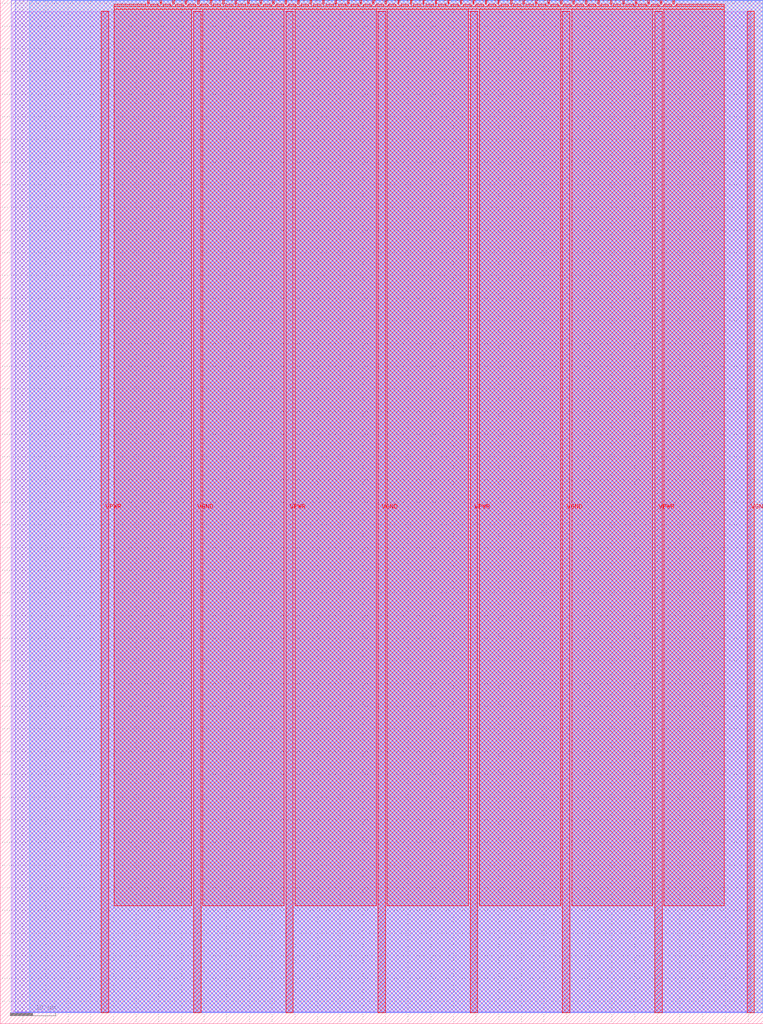
<source format=lef>
VERSION 5.7 ;
  NOWIREEXTENSIONATPIN ON ;
  DIVIDERCHAR "/" ;
  BUSBITCHARS "[]" ;
MACRO tt_um_ja1tye_sound_generator
  CLASS BLOCK ;
  FOREIGN tt_um_ja1tye_sound_generator ;
  ORIGIN 0.000 0.000 ;
  SIZE 168.360 BY 225.760 ;
  PIN VGND
    DIRECTION INOUT ;
    USE GROUND ;
    PORT
      LAYER met4 ;
        RECT 42.670 2.480 44.270 223.280 ;
    END
    PORT
      LAYER met4 ;
        RECT 83.380 2.480 84.980 223.280 ;
    END
    PORT
      LAYER met4 ;
        RECT 124.090 2.480 125.690 223.280 ;
    END
    PORT
      LAYER met4 ;
        RECT 164.800 2.480 166.400 223.280 ;
    END
  END VGND
  PIN VPWR
    DIRECTION INOUT ;
    USE POWER ;
    PORT
      LAYER met4 ;
        RECT 22.315 2.480 23.915 223.280 ;
    END
    PORT
      LAYER met4 ;
        RECT 63.025 2.480 64.625 223.280 ;
    END
    PORT
      LAYER met4 ;
        RECT 103.735 2.480 105.335 223.280 ;
    END
    PORT
      LAYER met4 ;
        RECT 144.445 2.480 146.045 223.280 ;
    END
  END VPWR
  PIN clk
    DIRECTION INPUT ;
    USE SIGNAL ;
    ANTENNAGATEAREA 0.852000 ;
    PORT
      LAYER met4 ;
        RECT 145.670 224.760 145.970 225.760 ;
    END
  END clk
  PIN ena
    DIRECTION INPUT ;
    USE SIGNAL ;
    PORT
      LAYER met4 ;
        RECT 148.430 224.760 148.730 225.760 ;
    END
  END ena
  PIN rst_n
    DIRECTION INPUT ;
    USE SIGNAL ;
    ANTENNAGATEAREA 0.213000 ;
    PORT
      LAYER met4 ;
        RECT 142.910 224.760 143.210 225.760 ;
    END
  END rst_n
  PIN ui_in[0]
    DIRECTION INPUT ;
    USE SIGNAL ;
    ANTENNAGATEAREA 0.196500 ;
    PORT
      LAYER met4 ;
        RECT 140.150 224.760 140.450 225.760 ;
    END
  END ui_in[0]
  PIN ui_in[1]
    DIRECTION INPUT ;
    USE SIGNAL ;
    ANTENNAGATEAREA 0.196500 ;
    PORT
      LAYER met4 ;
        RECT 137.390 224.760 137.690 225.760 ;
    END
  END ui_in[1]
  PIN ui_in[2]
    DIRECTION INPUT ;
    USE SIGNAL ;
    ANTENNAGATEAREA 0.196500 ;
    PORT
      LAYER met4 ;
        RECT 134.630 224.760 134.930 225.760 ;
    END
  END ui_in[2]
  PIN ui_in[3]
    DIRECTION INPUT ;
    USE SIGNAL ;
    PORT
      LAYER met4 ;
        RECT 131.870 224.760 132.170 225.760 ;
    END
  END ui_in[3]
  PIN ui_in[4]
    DIRECTION INPUT ;
    USE SIGNAL ;
    PORT
      LAYER met4 ;
        RECT 129.110 224.760 129.410 225.760 ;
    END
  END ui_in[4]
  PIN ui_in[5]
    DIRECTION INPUT ;
    USE SIGNAL ;
    PORT
      LAYER met4 ;
        RECT 126.350 224.760 126.650 225.760 ;
    END
  END ui_in[5]
  PIN ui_in[6]
    DIRECTION INPUT ;
    USE SIGNAL ;
    PORT
      LAYER met4 ;
        RECT 123.590 224.760 123.890 225.760 ;
    END
  END ui_in[6]
  PIN ui_in[7]
    DIRECTION INPUT ;
    USE SIGNAL ;
    PORT
      LAYER met4 ;
        RECT 120.830 224.760 121.130 225.760 ;
    END
  END ui_in[7]
  PIN uio_in[0]
    DIRECTION INPUT ;
    USE SIGNAL ;
    PORT
      LAYER met4 ;
        RECT 118.070 224.760 118.370 225.760 ;
    END
  END uio_in[0]
  PIN uio_in[1]
    DIRECTION INPUT ;
    USE SIGNAL ;
    PORT
      LAYER met4 ;
        RECT 115.310 224.760 115.610 225.760 ;
    END
  END uio_in[1]
  PIN uio_in[2]
    DIRECTION INPUT ;
    USE SIGNAL ;
    PORT
      LAYER met4 ;
        RECT 112.550 224.760 112.850 225.760 ;
    END
  END uio_in[2]
  PIN uio_in[3]
    DIRECTION INPUT ;
    USE SIGNAL ;
    PORT
      LAYER met4 ;
        RECT 109.790 224.760 110.090 225.760 ;
    END
  END uio_in[3]
  PIN uio_in[4]
    DIRECTION INPUT ;
    USE SIGNAL ;
    PORT
      LAYER met4 ;
        RECT 107.030 224.760 107.330 225.760 ;
    END
  END uio_in[4]
  PIN uio_in[5]
    DIRECTION INPUT ;
    USE SIGNAL ;
    PORT
      LAYER met4 ;
        RECT 104.270 224.760 104.570 225.760 ;
    END
  END uio_in[5]
  PIN uio_in[6]
    DIRECTION INPUT ;
    USE SIGNAL ;
    PORT
      LAYER met4 ;
        RECT 101.510 224.760 101.810 225.760 ;
    END
  END uio_in[6]
  PIN uio_in[7]
    DIRECTION INPUT ;
    USE SIGNAL ;
    PORT
      LAYER met4 ;
        RECT 98.750 224.760 99.050 225.760 ;
    END
  END uio_in[7]
  PIN uio_oe[0]
    DIRECTION OUTPUT TRISTATE ;
    USE SIGNAL ;
    PORT
      LAYER met4 ;
        RECT 51.830 224.760 52.130 225.760 ;
    END
  END uio_oe[0]
  PIN uio_oe[1]
    DIRECTION OUTPUT TRISTATE ;
    USE SIGNAL ;
    PORT
      LAYER met4 ;
        RECT 49.070 224.760 49.370 225.760 ;
    END
  END uio_oe[1]
  PIN uio_oe[2]
    DIRECTION OUTPUT TRISTATE ;
    USE SIGNAL ;
    PORT
      LAYER met4 ;
        RECT 46.310 224.760 46.610 225.760 ;
    END
  END uio_oe[2]
  PIN uio_oe[3]
    DIRECTION OUTPUT TRISTATE ;
    USE SIGNAL ;
    PORT
      LAYER met4 ;
        RECT 43.550 224.760 43.850 225.760 ;
    END
  END uio_oe[3]
  PIN uio_oe[4]
    DIRECTION OUTPUT TRISTATE ;
    USE SIGNAL ;
    PORT
      LAYER met4 ;
        RECT 40.790 224.760 41.090 225.760 ;
    END
  END uio_oe[4]
  PIN uio_oe[5]
    DIRECTION OUTPUT TRISTATE ;
    USE SIGNAL ;
    PORT
      LAYER met4 ;
        RECT 38.030 224.760 38.330 225.760 ;
    END
  END uio_oe[5]
  PIN uio_oe[6]
    DIRECTION OUTPUT TRISTATE ;
    USE SIGNAL ;
    PORT
      LAYER met4 ;
        RECT 35.270 224.760 35.570 225.760 ;
    END
  END uio_oe[6]
  PIN uio_oe[7]
    DIRECTION OUTPUT TRISTATE ;
    USE SIGNAL ;
    PORT
      LAYER met4 ;
        RECT 32.510 224.760 32.810 225.760 ;
    END
  END uio_oe[7]
  PIN uio_out[0]
    DIRECTION OUTPUT TRISTATE ;
    USE SIGNAL ;
    PORT
      LAYER met4 ;
        RECT 73.910 224.760 74.210 225.760 ;
    END
  END uio_out[0]
  PIN uio_out[1]
    DIRECTION OUTPUT TRISTATE ;
    USE SIGNAL ;
    PORT
      LAYER met4 ;
        RECT 71.150 224.760 71.450 225.760 ;
    END
  END uio_out[1]
  PIN uio_out[2]
    DIRECTION OUTPUT TRISTATE ;
    USE SIGNAL ;
    PORT
      LAYER met4 ;
        RECT 68.390 224.760 68.690 225.760 ;
    END
  END uio_out[2]
  PIN uio_out[3]
    DIRECTION OUTPUT TRISTATE ;
    USE SIGNAL ;
    PORT
      LAYER met4 ;
        RECT 65.630 224.760 65.930 225.760 ;
    END
  END uio_out[3]
  PIN uio_out[4]
    DIRECTION OUTPUT TRISTATE ;
    USE SIGNAL ;
    PORT
      LAYER met4 ;
        RECT 62.870 224.760 63.170 225.760 ;
    END
  END uio_out[4]
  PIN uio_out[5]
    DIRECTION OUTPUT TRISTATE ;
    USE SIGNAL ;
    PORT
      LAYER met4 ;
        RECT 60.110 224.760 60.410 225.760 ;
    END
  END uio_out[5]
  PIN uio_out[6]
    DIRECTION OUTPUT TRISTATE ;
    USE SIGNAL ;
    PORT
      LAYER met4 ;
        RECT 57.350 224.760 57.650 225.760 ;
    END
  END uio_out[6]
  PIN uio_out[7]
    DIRECTION OUTPUT TRISTATE ;
    USE SIGNAL ;
    PORT
      LAYER met4 ;
        RECT 54.590 224.760 54.890 225.760 ;
    END
  END uio_out[7]
  PIN uo_out[0]
    DIRECTION OUTPUT TRISTATE ;
    USE SIGNAL ;
    ANTENNADIFFAREA 0.795200 ;
    PORT
      LAYER met4 ;
        RECT 95.990 224.760 96.290 225.760 ;
    END
  END uo_out[0]
  PIN uo_out[1]
    DIRECTION OUTPUT TRISTATE ;
    USE SIGNAL ;
    ANTENNADIFFAREA 0.795200 ;
    PORT
      LAYER met4 ;
        RECT 93.230 224.760 93.530 225.760 ;
    END
  END uo_out[1]
  PIN uo_out[2]
    DIRECTION OUTPUT TRISTATE ;
    USE SIGNAL ;
    ANTENNADIFFAREA 0.795200 ;
    PORT
      LAYER met4 ;
        RECT 90.470 224.760 90.770 225.760 ;
    END
  END uo_out[2]
  PIN uo_out[3]
    DIRECTION OUTPUT TRISTATE ;
    USE SIGNAL ;
    PORT
      LAYER met4 ;
        RECT 87.710 224.760 88.010 225.760 ;
    END
  END uo_out[3]
  PIN uo_out[4]
    DIRECTION OUTPUT TRISTATE ;
    USE SIGNAL ;
    PORT
      LAYER met4 ;
        RECT 84.950 224.760 85.250 225.760 ;
    END
  END uo_out[4]
  PIN uo_out[5]
    DIRECTION OUTPUT TRISTATE ;
    USE SIGNAL ;
    PORT
      LAYER met4 ;
        RECT 82.190 224.760 82.490 225.760 ;
    END
  END uo_out[5]
  PIN uo_out[6]
    DIRECTION OUTPUT TRISTATE ;
    USE SIGNAL ;
    PORT
      LAYER met4 ;
        RECT 79.430 224.760 79.730 225.760 ;
    END
  END uo_out[6]
  PIN uo_out[7]
    DIRECTION OUTPUT TRISTATE ;
    USE SIGNAL ;
    PORT
      LAYER met4 ;
        RECT 76.670 224.760 76.970 225.760 ;
    END
  END uo_out[7]
  OBS
      LAYER li1 ;
        RECT 2.760 2.635 165.600 223.125 ;
      LAYER met1 ;
        RECT 2.460 2.480 168.290 225.720 ;
      LAYER met2 ;
        RECT 3.320 2.535 168.270 225.750 ;
      LAYER met3 ;
        RECT 6.505 2.555 168.295 225.585 ;
      LAYER met4 ;
        RECT 25.135 224.360 32.110 224.760 ;
        RECT 33.210 224.360 34.870 224.760 ;
        RECT 35.970 224.360 37.630 224.760 ;
        RECT 38.730 224.360 40.390 224.760 ;
        RECT 41.490 224.360 43.150 224.760 ;
        RECT 44.250 224.360 45.910 224.760 ;
        RECT 47.010 224.360 48.670 224.760 ;
        RECT 49.770 224.360 51.430 224.760 ;
        RECT 52.530 224.360 54.190 224.760 ;
        RECT 55.290 224.360 56.950 224.760 ;
        RECT 58.050 224.360 59.710 224.760 ;
        RECT 60.810 224.360 62.470 224.760 ;
        RECT 63.570 224.360 65.230 224.760 ;
        RECT 66.330 224.360 67.990 224.760 ;
        RECT 69.090 224.360 70.750 224.760 ;
        RECT 71.850 224.360 73.510 224.760 ;
        RECT 74.610 224.360 76.270 224.760 ;
        RECT 77.370 224.360 79.030 224.760 ;
        RECT 80.130 224.360 81.790 224.760 ;
        RECT 82.890 224.360 84.550 224.760 ;
        RECT 85.650 224.360 87.310 224.760 ;
        RECT 88.410 224.360 90.070 224.760 ;
        RECT 91.170 224.360 92.830 224.760 ;
        RECT 93.930 224.360 95.590 224.760 ;
        RECT 96.690 224.360 98.350 224.760 ;
        RECT 99.450 224.360 101.110 224.760 ;
        RECT 102.210 224.360 103.870 224.760 ;
        RECT 104.970 224.360 106.630 224.760 ;
        RECT 107.730 224.360 109.390 224.760 ;
        RECT 110.490 224.360 112.150 224.760 ;
        RECT 113.250 224.360 114.910 224.760 ;
        RECT 116.010 224.360 117.670 224.760 ;
        RECT 118.770 224.360 120.430 224.760 ;
        RECT 121.530 224.360 123.190 224.760 ;
        RECT 124.290 224.360 125.950 224.760 ;
        RECT 127.050 224.360 128.710 224.760 ;
        RECT 129.810 224.360 131.470 224.760 ;
        RECT 132.570 224.360 134.230 224.760 ;
        RECT 135.330 224.360 136.990 224.760 ;
        RECT 138.090 224.360 139.750 224.760 ;
        RECT 140.850 224.360 142.510 224.760 ;
        RECT 143.610 224.360 145.270 224.760 ;
        RECT 146.370 224.360 148.030 224.760 ;
        RECT 149.130 224.360 159.785 224.760 ;
        RECT 25.135 223.680 159.785 224.360 ;
        RECT 25.135 26.015 42.270 223.680 ;
        RECT 44.670 26.015 62.625 223.680 ;
        RECT 65.025 26.015 82.980 223.680 ;
        RECT 85.380 26.015 103.335 223.680 ;
        RECT 105.735 26.015 123.690 223.680 ;
        RECT 126.090 26.015 144.045 223.680 ;
        RECT 146.445 26.015 159.785 223.680 ;
  END
END tt_um_ja1tye_sound_generator
END LIBRARY


</source>
